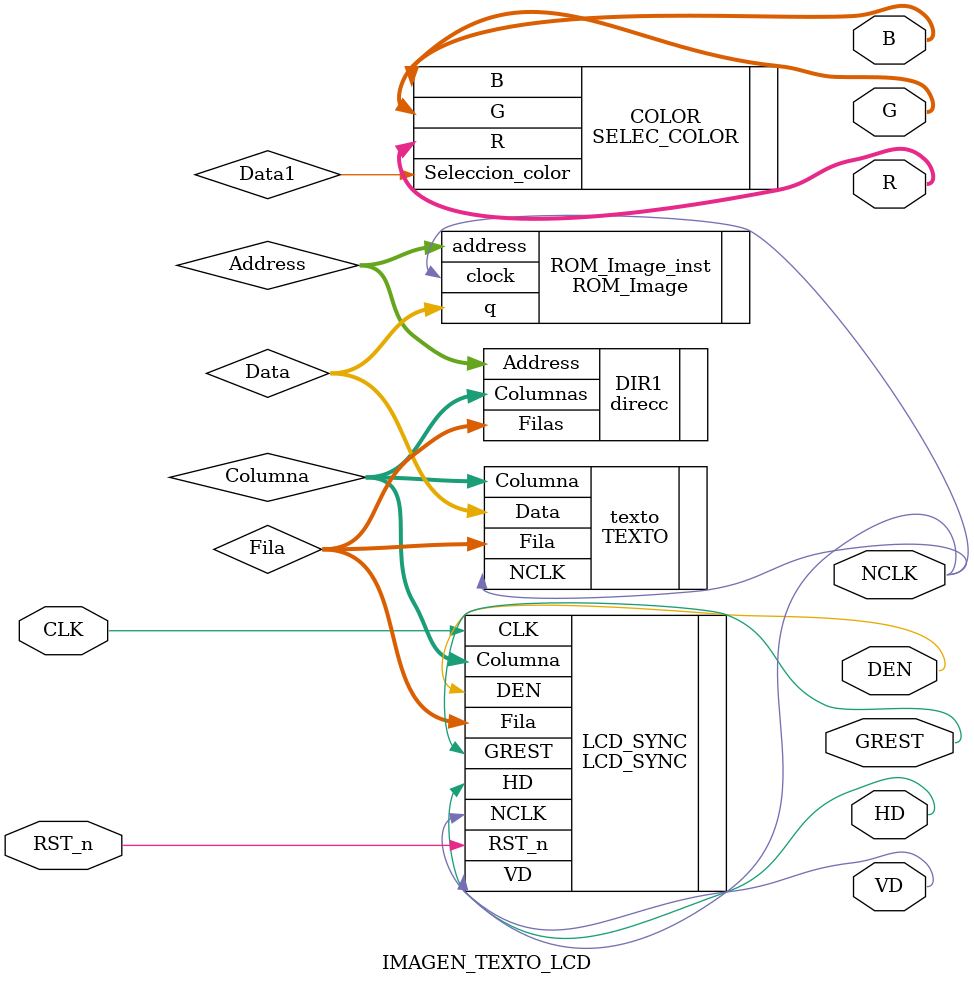
<source format=v>

/**
    En esta subtarea 6 se nos pide la realización de la subtarea 3 y 5 de la mano, es decir,
    La implantación del texto de la 5 sobre la imagen de la 3.
**/

module IMAGEN_TEXTO_LCD( CLK, RST_n, NCLK, GREST, HD, VD, DEN, R, G, B);
// Declaramos entradas del módulo final -->
input CLK, RST_n ;
// Declaramos cables utilizados en las instancias -->
wire [16:0] Address ; // 17 btis
wire [15:0] Data ; // 16 bits
wire [10:0] Columna ; // 11 bits
wire [9:0] Fila ; // 10 bits
wire Data1 ;
// Declaramos salidas finales del módulo las cuales representan el texto -->
output NCLK, GREST, HD, VD, DEN ;
output [7:0] R, G, B ; // 8 bits cada uno
// Instanciamos el módulo de sincronismo de señales -->
LCD_SYNC LCD_SYNC(
            .CLK(CLK),
				.RST_n(RST_n),
				.NCLK(NCLK),
				.GREST(GREST),
				.HD(HD),
		  		.VD(VD),
				.DEN(DEN),											 
				.Fila(Fila),
				.Columna(Columna)
) ;
// Instanciamos el módulo de direccioinamiento para la Imagen -->
direcc DIR1(
	.Columnas(Columna),
	.Filas(Fila),
	.Address(Address)
) ;
// Cada posición de la memoria tendrá un valor de color de un pixel (De ahí el direccionamiento)
// Instanciamos el módulo de la ROM donde se carga la imagen a monstrar -->
ROM_Image	ROM_Image_inst(
	.address (Address),
	.clock (NCLK),
	.q (Data)
) ;
// Instanciamos el módulo para el cambio de valor de data a valor RGB -->
/**Datos_a_RGB DataRGB(
	.Data(Data),
	.R(R),
	.G(G),
	.B(B)
) ; 
**/
// Declaramos módulo inicial del texto en donde se incluye direccionamiento, memorias.... -->
TEXTO texto(
	.NCLK(NCLK),
	.Fila(Fila),
	.Columna(Columna),
	.Data(Data)
) ;
// Declaramos módulo para la generación de los colores del texto a presentar -->
SELEC_COLOR COLOR(
	.Seleccion_color(Data1),
	.R(R),
	.G(G),
	.B(B)
) ;

endmodule
</source>
